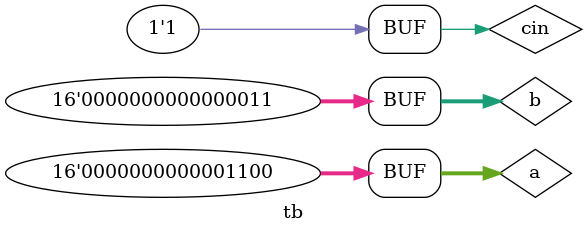
<source format=v>
module tb;
reg [15:0] a,b;
reg cin;
wire [15:0] sum;
wire cout;
 
  c_select16bit uut(.a(a), .b(b),.cin(cin),.s(sum),.cout(cout));
 
initial begin
  $dumpfile("tb.vcd");
  $dumpvars(0,tb);
  a=0; b=0; cin=0;
  #10 a=16'd2; b=16'd2; cin=1'd1;
  #10 a=16'd2; b=16'd4; cin=1'd1;
  #10 a=16'd100; b=16'd0; cin=1'd0;
  #10 a=16'd12; b=16'd3; cin=1'd1;
end
 
initial
  $monitor( "A=%d, B=%d, Cin= %d, Sum=%d, Cout=%d", a,b,cin,sum,cout);
endmodule
</source>
